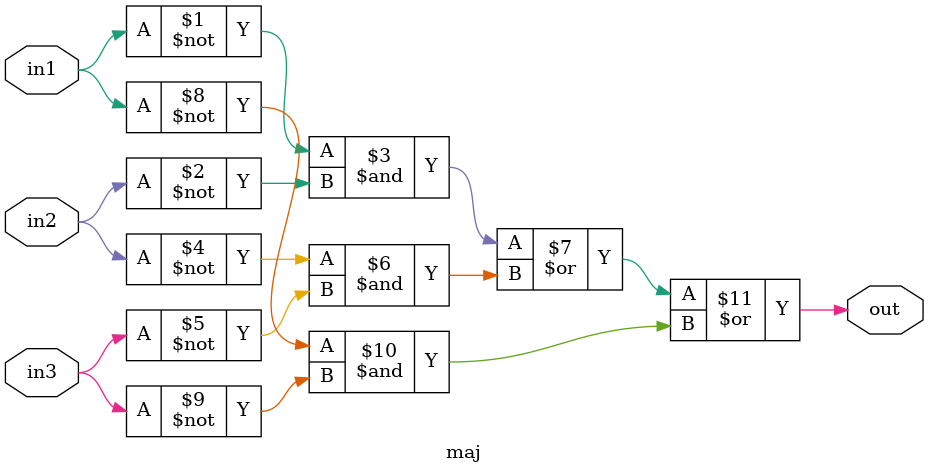
<source format=v>
module maj( out, in1, in2, in3 );

  output out;

  input in1, in2, in3;

  assign out = ( ~in1 & ~in2 | ~in2 & ~in3 | ~in1 & ~in3 );

endmodule

</source>
